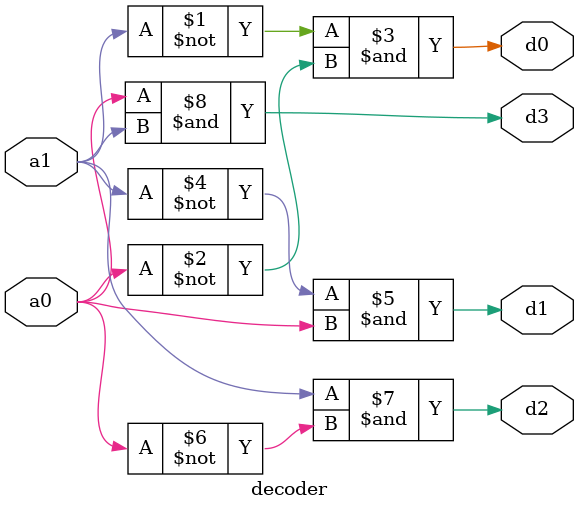
<source format=v>
module decoder(a0,a1,d0,d1,d2,d3);
input a0,a1;
output d0,d1,d2,d3;
assign d0=~a1&~a0;
assign d1=~a1&a0;
assign d2=a1&~a0;
assign d3=a0&a1;
endmodule

</source>
